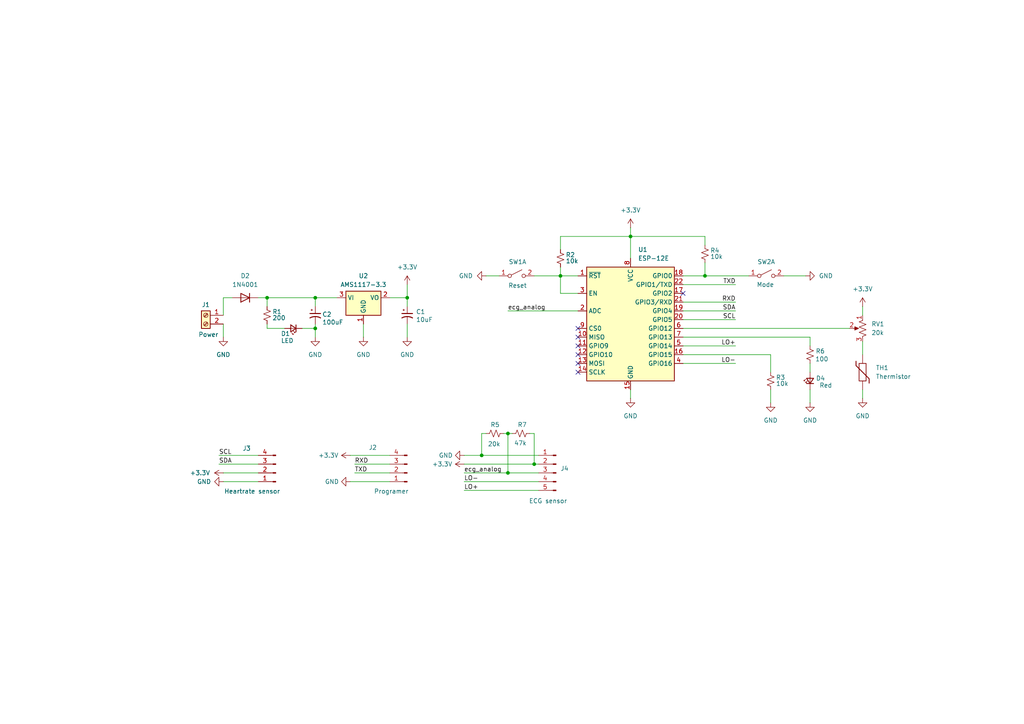
<source format=kicad_sch>
(kicad_sch (version 20231120) (generator "eeschema") (generator_version "8.0")
  (paper "A4")
  (lib_symbols
    (symbol "Connector:Conn_01x04_Pin" (pin_names (offset 1.016) hide)
      (property "Reference" "J" (at 0 5.08 0))
      (property "Value" "Conn_01x04_Pin" (at 0 -7.62 0))
      (symbol "Conn_01x04_Pin_1_1"
        (polyline (pts (xy 1.27 -5.08) (xy 0.8636 -5.08)) (stroke (width 0.1524)))
        (polyline (pts (xy 1.27 -2.54) (xy 0.8636 -2.54)) (stroke (width 0.1524)))
        (polyline (pts (xy 1.27 0) (xy 0.8636 0)) (stroke (width 0.1524)))
        (polyline (pts (xy 1.27 2.54) (xy 0.8636 2.54)) (stroke (width 0.1524)))
        (rectangle (start 0.8636 -4.953) (end 0 -5.207) (stroke (width 0.1524)) (fill (type outline)))
        (rectangle (start 0.8636 -2.413) (end 0 -2.667) (stroke (width 0.1524)) (fill (type outline)))
        (rectangle (start 0.8636 0.127) (end 0 -0.127) (stroke (width 0.1524)) (fill (type outline)))
        (rectangle (start 0.8636 2.667) (end 0 2.413) (stroke (width 0.1524)) (fill (type outline)))
        (pin passive line (at 5.08 2.54 180) (length 3.81) (name "Pin_1") (number "1"))
        (pin passive line (at 5.08 0 180) (length 3.81) (name "Pin_2") (number "2"))
        (pin passive line (at 5.08 -2.54 180) (length 3.81) (name "Pin_3") (number "3"))
        (pin passive line (at 5.08 -5.08 180) (length 3.81) (name "Pin_4") (number "4"))
      )
    )
    (symbol "Connector:Conn_01x05_Pin" (pin_names (offset 1.016) hide)
      (property "Reference" "J" (at 0 7.62 0))
      (property "Value" "Conn_01x05_Pin" (at 0 -7.62 0))
      (symbol "Conn_01x05_Pin_1_1"
        (polyline (pts (xy 1.27 -5.08) (xy 0.8636 -5.08)) (stroke (width 0.1524)))
        (polyline (pts (xy 1.27 -2.54) (xy 0.8636 -2.54)) (stroke (width 0.1524)))
        (polyline (pts (xy 1.27 0) (xy 0.8636 0)) (stroke (width 0.1524)))
        (polyline (pts (xy 1.27 2.54) (xy 0.8636 2.54)) (stroke (width 0.1524)))
        (polyline (pts (xy 1.27 5.08) (xy 0.8636 5.08)) (stroke (width 0.1524)))
        (rectangle (start 0.8636 -4.953) (end 0 -5.207) (stroke (width 0.1524)) (fill (type outline)))
        (rectangle (start 0.8636 -2.413) (end 0 -2.667) (stroke (width 0.1524)) (fill (type outline)))
        (rectangle (start 0.8636 0.127) (end 0 -0.127) (stroke (width 0.1524)) (fill (type outline)))
        (rectangle (start 0.8636 2.667) (end 0 2.413) (stroke (width 0.1524)) (fill (type outline)))
        (rectangle (start 0.8636 5.207) (end 0 4.953) (stroke (width 0.1524)) (fill (type outline)))
        (pin passive line (at 5.08 5.08 180) (length 3.81) (name "Pin_1") (number "1"))
        (pin passive line (at 5.08 2.54 180) (length 3.81) (name "Pin_2") (number "2"))
        (pin passive line (at 5.08 0 180) (length 3.81) (name "Pin_3") (number "3"))
        (pin passive line (at 5.08 -2.54 180) (length 3.81) (name "Pin_4") (number "4"))
        (pin passive line (at 5.08 -5.08 180) (length 3.81) (name "Pin_5") (number "5"))
      )
    )
    (symbol "Connector:Screw_Terminal_01x02" (pin_names (offset 1.016) hide)
      (property "Reference" "J" (at 0 2.54 0))
      (property "Value" "Screw_Terminal_01x02" (at 0 -5.08 0))
      (symbol "Screw_Terminal_01x02_1_1"
        (rectangle (start -1.27 1.27) (end 1.27 -3.81) (stroke (width 0.254)) (fill (type background)))
        (circle (center 0 -2.54) (radius 0.635) (stroke (width 0.1524)))
        (polyline (pts (xy -0.5334 -2.2098) (xy 0.3302 -3.048)) (stroke (width 0.1524)))
        (polyline (pts (xy -0.5334 0.3302) (xy 0.3302 -0.508)) (stroke (width 0.1524)))
        (polyline (pts (xy -0.3556 -2.032) (xy 0.508 -2.8702)) (stroke (width 0.1524)))
        (polyline (pts (xy -0.3556 0.508) (xy 0.508 -0.3302)) (stroke (width 0.1524)))
        (circle (center 0 0) (radius 0.635) (stroke (width 0.1524)))
        (pin passive line (at -5.08 0 0) (length 3.81) (name "Pin_1") (number "1"))
        (pin passive line (at -5.08 -2.54 0) (length 3.81) (name "Pin_2") (number "2"))
      )
    )
    (symbol "Device:C_Polarized_Small_US" (pin_numbers hide) (pin_names (offset 0.254) hide)
      (property "Reference" "C" (at 0.254 1.778 0))
      (property "Value" "C_Polarized_Small_US" (at 0.254 -2.032 0))
      (symbol "C_Polarized_Small_US_0_1"
        (polyline (pts (xy -1.524 0.508) (xy 1.524 0.508)) (stroke (width 0.3048)))
        (polyline (pts (xy -1.27 1.524) (xy -0.762 1.524)))
        (polyline (pts (xy -1.016 1.27) (xy -1.016 1.778)))
        (arc (start 1.524 -0.762) (mid 0 -0.3734) (end -1.524 -0.762) (stroke (width 0.3048)))
      )
      (symbol "C_Polarized_Small_US_1_1"
        (pin passive line (at 0 2.54 270) (length 2.032) (name "~") (number "1"))
        (pin passive line (at 0 -2.54 90) (length 2.032) (name "~") (number "2"))
      )
    )
    (symbol "Device:LED_Small" (pin_numbers hide) (pin_names (offset 0.254) hide)
      (property "Reference" "D" (at -1.27 3.175 0))
      (property "Value" "LED_Small" (at -4.445 -2.54 0))
      (symbol "LED_Small_0_1"
        (polyline (pts (xy -0.762 -1.016) (xy -0.762 1.016)) (stroke (width 0.254)))
        (polyline (pts (xy 1.016 0) (xy -0.762 0)))
        (polyline (pts (xy 0.762 -1.016) (xy -0.762 0) (xy 0.762 1.016) (xy 0.762 -1.016)) (stroke (width 0.254)))
        (polyline (pts (xy 0 0.762) (xy -0.508 1.27) (xy -0.254 1.27) (xy -0.508 1.27) (xy -0.508 1.016)))
        (polyline (pts (xy 0.508 1.27) (xy 0 1.778) (xy 0.254 1.778) (xy 0 1.778) (xy 0 1.524)))
      )
      (symbol "LED_Small_1_1"
        (pin passive line (at -2.54 0 0) (length 1.778) (name "K") (number "1"))
        (pin passive line (at 2.54 0 180) (length 1.778) (name "A") (number "2"))
      )
    )
    (symbol "Device:R_Potentiometer_US" (pin_names (offset 1.016) hide)
      (property "Reference" "RV" (at -4.445 0 90))
      (property "Value" "R_Potentiometer_US" (at -2.54 0 90))
      (symbol "R_Potentiometer_US_0_1"
        (polyline (pts (xy 0 -2.286) (xy 0 -2.54)))
        (polyline (pts (xy 0 2.54) (xy 0 2.286)))
        (polyline (pts (xy 2.54 0) (xy 1.524 0)))
        (polyline (pts (xy 1.143 0) (xy 2.286 0.508) (xy 2.286 -0.508) (xy 1.143 0)) (fill (type outline)))
        (polyline (pts (xy 0 -0.762) (xy 1.016 -1.143) (xy 0 -1.524) (xy -1.016 -1.905) (xy 0 -2.286)))
        (polyline (pts (xy 0 0.762) (xy 1.016 0.381) (xy 0 0) (xy -1.016 -0.381) (xy 0 -0.762)))
        (polyline (pts (xy 0 2.286) (xy 1.016 1.905) (xy 0 1.524) (xy -1.016 1.143) (xy 0 0.762)))
      )
      (symbol "R_Potentiometer_US_1_1"
        (pin passive line (at 0 3.81 270) (length 1.27) (name "1") (number "1"))
        (pin passive line (at 3.81 0 180) (length 1.27) (name "2") (number "2"))
        (pin passive line (at 0 -3.81 90) (length 1.27) (name "3") (number "3"))
      )
    )
    (symbol "Device:R_Small_US" (pin_numbers hide) (pin_names (offset 0.254) hide)
      (property "Reference" "R" (at 0.762 0.508 0))
      (property "Value" "R_Small_US" (at 0.762 -1.016 0))
      (symbol "R_Small_US_1_1"
        (polyline (pts (xy 0 0) (xy 1.016 -0.381) (xy 0 -0.762) (xy -1.016 -1.143) (xy 0 -1.524)))
        (polyline (pts (xy 0 1.524) (xy 1.016 1.143) (xy 0 0.762) (xy -1.016 0.381) (xy 0 0)))
        (pin passive line (at 0 2.54 270) (length 1.016) (name "~") (number "1"))
        (pin passive line (at 0 -2.54 90) (length 1.016) (name "~") (number "2"))
      )
    )
    (symbol "Device:Thermistor" (pin_numbers hide) (pin_names (offset 0))
      (property "Reference" "TH" (at 2.54 1.27 90))
      (property "Value" "Thermistor" (at -2.54 0 90))
      (symbol "Thermistor_0_1"
        (rectangle (start -1.016 2.54) (end 1.016 -2.54) (stroke (width 0.2032)))
        (polyline (pts (xy -1.905 3.175) (xy -1.905 1.905) (xy 1.905 -1.905) (xy 1.905 -3.175) (xy 1.905 -3.175)) (stroke (width 0.254)))
      )
      (symbol "Thermistor_1_1"
        (pin passive line (at 0 5.08 270) (length 2.54) (name "~") (number "1"))
        (pin passive line (at 0 -5.08 90) (length 2.54) (name "~") (number "2"))
      )
    )
    (symbol "Diode:1N4001" (pin_numbers hide) (pin_names hide)
      (property "Reference" "D" (at 0 2.54 0))
      (property "Value" "1N4001" (at 0 -2.54 0))
      (symbol "1N4001_0_1"
        (polyline (pts (xy -1.27 1.27) (xy -1.27 -1.27)) (stroke (width 0.254)))
        (polyline (pts (xy 1.27 0) (xy -1.27 0)))
        (polyline (pts (xy 1.27 1.27) (xy 1.27 -1.27) (xy -1.27 0) (xy 1.27 1.27)) (stroke (width 0.254)))
      )
      (symbol "1N4001_1_1"
        (pin passive line (at -3.81 0 0) (length 2.54) (name "K") (number "1"))
        (pin passive line (at 3.81 0 180) (length 2.54) (name "A") (number "2"))
      )
    )
    (symbol "RF_Module:ESP-12E"
      (property "Reference" "U" (at -12.7 19.05 0))
      (property "Value" "ESP-12E" (at 12.7 19.05 0))
      (symbol "ESP-12E_0_1"
        (rectangle (start -12.7 17.78) (end 12.7 -15.24) (stroke (width 0.254)) (fill (type background)))
      )
      (symbol "ESP-12E_1_1"
        (pin input line (at -15.24 15.24 0) (length 2.54) (name "~{RST}") (number "1"))
        (pin bidirectional line (at -15.24 -2.54 0) (length 2.54) (name "MISO") (number "10"))
        (pin bidirectional line (at -15.24 -5.08 0) (length 2.54) (name "GPIO9") (number "11"))
        (pin bidirectional line (at -15.24 -7.62 0) (length 2.54) (name "GPIO10") (number "12"))
        (pin bidirectional line (at -15.24 -10.16 0) (length 2.54) (name "MOSI") (number "13"))
        (pin bidirectional line (at -15.24 -12.7 0) (length 2.54) (name "SCLK") (number "14"))
        (pin power_in line (at 0 -17.78 90) (length 2.54) (name "GND") (number "15"))
        (pin bidirectional line (at 15.24 -7.62 180) (length 2.54) (name "GPIO15") (number "16"))
        (pin bidirectional line (at 15.24 10.16 180) (length 2.54) (name "GPIO2") (number "17"))
        (pin bidirectional line (at 15.24 15.24 180) (length 2.54) (name "GPIO0") (number "18"))
        (pin bidirectional line (at 15.24 5.08 180) (length 2.54) (name "GPIO4") (number "19"))
        (pin input line (at -15.24 5.08 0) (length 2.54) (name "ADC") (number "2"))
        (pin bidirectional line (at 15.24 2.54 180) (length 2.54) (name "GPIO5") (number "20"))
        (pin bidirectional line (at 15.24 7.62 180) (length 2.54) (name "GPIO3/RXD") (number "21"))
        (pin bidirectional line (at 15.24 12.7 180) (length 2.54) (name "GPIO1/TXD") (number "22"))
        (pin input line (at -15.24 10.16 0) (length 2.54) (name "EN") (number "3"))
        (pin bidirectional line (at 15.24 -10.16 180) (length 2.54) (name "GPIO16") (number "4"))
        (pin bidirectional line (at 15.24 -5.08 180) (length 2.54) (name "GPIO14") (number "5"))
        (pin bidirectional line (at 15.24 0 180) (length 2.54) (name "GPIO12") (number "6"))
        (pin bidirectional line (at 15.24 -2.54 180) (length 2.54) (name "GPIO13") (number "7"))
        (pin power_in line (at 0 20.32 270) (length 2.54) (name "VCC") (number "8"))
        (pin input line (at -15.24 0 0) (length 2.54) (name "CS0") (number "9"))
      )
    )
    (symbol "Regulator_Linear:AMS1117-3.3"
      (property "Reference" "U" (at -3.81 3.175 0))
      (property "Value" "AMS1117-3.3" (at 0 3.175 0))
      (symbol "AMS1117-3.3_0_1"
        (rectangle (start -5.08 -5.08) (end 5.08 1.905) (stroke (width 0.254)) (fill (type background)))
      )
      (symbol "AMS1117-3.3_1_1"
        (pin power_in line (at 0 -7.62 90) (length 2.54) (name "GND") (number "1"))
        (pin power_out line (at 7.62 0 180) (length 2.54) (name "VO") (number "2"))
        (pin power_in line (at -7.62 0 0) (length 2.54) (name "VI") (number "3"))
      )
    )
    (symbol "Switch:SW_DPST_x2" (pin_names (offset 0) hide)
      (property "Reference" "SW" (at 0 3.175 0))
      (property "Value" "SW_DPST_x2" (at 0 -2.54 0))
      (symbol "SW_DPST_x2_0_0"
        (circle (center -2.032 0) (radius 0.508))
        (polyline (pts (xy -1.524 0.254) (xy 1.524 1.778)))
        (circle (center 2.032 0) (radius 0.508))
      )
      (symbol "SW_DPST_x2_1_1"
        (pin passive line (at -5.08 0 0) (length 2.54) (name "A") (number "1"))
        (pin passive line (at 5.08 0 180) (length 2.54) (name "B") (number "2"))
      )
      (symbol "SW_DPST_x2_2_1"
        (pin passive line (at -5.08 0 0) (length 2.54) (name "A") (number "3"))
        (pin passive line (at 5.08 0 180) (length 2.54) (name "B") (number "4"))
      )
    )
    (symbol "power:+5V" (power) (pin_numbers hide) (pin_names (offset 0) hide)
      (property "Value" "+5V" (at 0 3.556 0))
      (symbol "+5V_0_1"
        (polyline (pts (xy -0.762 1.27) (xy 0 2.54)))
        (polyline (pts (xy 0 0) (xy 0 2.54)))
        (polyline (pts (xy 0 2.54) (xy 0.762 1.27)))
      )
      (symbol "+5V_1_1"
        (pin power_in line (at 0 0 90) (length 0) (name "~") (number "1"))
      )
    )
    (symbol "power:GND" (power) (pin_numbers hide) (pin_names (offset 0) hide)
      (property "Value" "GND" (at 0 -3.81 0))
      (symbol "GND_0_1"
        (polyline (pts (xy 0 0) (xy 0 -1.27) (xy 1.27 -1.27) (xy 0 -2.54) (xy -1.27 -1.27) (xy 0 -1.27)))
      )
      (symbol "GND_1_1"
        (pin power_in line (at 0 0 270) (length 0) (name "~") (number "1"))
      )
    )
  )
  (junction (at 139.7 132.08))
  (junction (at 77.47 86.36))
  (junction (at 204.47 80.01))
  (junction (at 118.11 86.36))
  (junction (at 154.94 134.62))
  (junction (at 91.44 95.25))
  (junction (at 182.88 68.58))
  (junction (at 162.56 80.01))
  (junction (at 147.32 137.16))
  (junction (at 91.44 86.36))
  (junction (at 147.32 125.73))
  (no_connect (at 167.64 107.95))
  (no_connect (at 167.64 97.79))
  (no_connect (at 167.64 100.33))
  (no_connect (at 167.64 95.25))
  (no_connect (at 198.12 85.09))
  (no_connect (at 167.64 105.41))
  (no_connect (at 167.64 102.87))
  (wire (pts (xy 204.47 80.01) (xy 217.17 80.01)))
  (wire (pts (xy 134.62 142.24) (xy 156.21 142.24)))
  (wire (pts (xy 147.32 90.17) (xy 167.64 90.17)))
  (wire (pts (xy 91.44 86.36) (xy 91.44 88.9)))
  (wire (pts (xy 140.97 80.01) (xy 144.78 80.01)))
  (wire (pts (xy 147.32 137.16) (xy 156.21 137.16)))
  (wire (pts (xy 77.47 86.36) (xy 77.47 88.9)))
  (wire (pts (xy 74.93 86.36) (xy 77.47 86.36)))
  (wire (pts (xy 154.94 125.73) (xy 154.94 134.62)))
  (wire (pts (xy 105.41 93.98) (xy 105.41 97.79)))
  (wire (pts (xy 162.56 80.01) (xy 167.64 80.01)))
  (wire (pts (xy 67.31 86.36) (xy 64.77 86.36)))
  (wire (pts (xy 134.62 134.62) (xy 154.94 134.62)))
  (wire (pts (xy 182.88 68.58) (xy 182.88 74.93)))
  (wire (pts (xy 154.94 134.62) (xy 156.21 134.62)))
  (wire (pts (xy 204.47 76.2) (xy 204.47 80.01)))
  (wire (pts (xy 234.95 113.03) (xy 234.95 116.84)))
  (wire (pts (xy 182.88 66.04) (xy 182.88 68.58)))
  (wire (pts (xy 204.47 71.12) (xy 204.47 68.58)))
  (wire (pts (xy 198.12 102.87) (xy 223.52 102.87)))
  (wire (pts (xy 147.32 125.73) (xy 147.32 137.16)))
  (wire (pts (xy 134.62 139.7) (xy 156.21 139.7)))
  (wire (pts (xy 147.32 125.73) (xy 148.59 125.73)))
  (wire (pts (xy 198.12 87.63) (xy 213.36 87.63)))
  (wire (pts (xy 102.87 134.62) (xy 113.03 134.62)))
  (wire (pts (xy 198.12 95.25) (xy 246.38 95.25)))
  (wire (pts (xy 234.95 100.33) (xy 234.95 97.79)))
  (wire (pts (xy 63.5 132.08) (xy 74.93 132.08)))
  (wire (pts (xy 250.19 113.03) (xy 250.19 115.57)))
  (wire (pts (xy 64.77 137.16) (xy 74.93 137.16)))
  (wire (pts (xy 77.47 95.25) (xy 82.55 95.25)))
  (wire (pts (xy 113.03 139.7) (xy 101.6 139.7)))
  (wire (pts (xy 113.03 132.08) (xy 101.6 132.08)))
  (wire (pts (xy 223.52 113.03) (xy 223.52 116.84)))
  (wire (pts (xy 113.03 86.36) (xy 118.11 86.36)))
  (wire (pts (xy 77.47 93.98) (xy 77.47 95.25)))
  (wire (pts (xy 154.94 125.73) (xy 153.67 125.73)))
  (wire (pts (xy 91.44 95.25) (xy 91.44 97.79)))
  (wire (pts (xy 227.33 80.01) (xy 233.68 80.01)))
  (wire (pts (xy 134.62 132.08) (xy 139.7 132.08)))
  (wire (pts (xy 74.93 139.7) (xy 64.77 139.7)))
  (wire (pts (xy 91.44 95.25) (xy 91.44 93.98)))
  (wire (pts (xy 198.12 92.71) (xy 213.36 92.71)))
  (wire (pts (xy 234.95 97.79) (xy 198.12 97.79)))
  (wire (pts (xy 91.44 86.36) (xy 77.47 86.36)))
  (wire (pts (xy 204.47 80.01) (xy 198.12 80.01)))
  (wire (pts (xy 162.56 80.01) (xy 162.56 85.09)))
  (wire (pts (xy 118.11 93.98) (xy 118.11 97.79)))
  (wire (pts (xy 204.47 68.58) (xy 182.88 68.58)))
  (wire (pts (xy 118.11 86.36) (xy 118.11 88.9)))
  (wire (pts (xy 63.5 134.62) (xy 74.93 134.62)))
  (wire (pts (xy 198.12 105.41) (xy 213.36 105.41)))
  (wire (pts (xy 118.11 82.55) (xy 118.11 86.36)))
  (wire (pts (xy 162.56 68.58) (xy 162.56 72.39)))
  (wire (pts (xy 64.77 86.36) (xy 64.77 91.44)))
  (wire (pts (xy 162.56 68.58) (xy 182.88 68.58)))
  (wire (pts (xy 64.77 93.98) (xy 64.77 97.79)))
  (wire (pts (xy 162.56 85.09) (xy 167.64 85.09)))
  (wire (pts (xy 198.12 82.55) (xy 213.36 82.55)))
  (wire (pts (xy 102.87 137.16) (xy 113.03 137.16)))
  (wire (pts (xy 139.7 125.73) (xy 139.7 132.08)))
  (wire (pts (xy 162.56 77.47) (xy 162.56 80.01)))
  (wire (pts (xy 250.19 88.9) (xy 250.19 91.44)))
  (wire (pts (xy 97.79 86.36) (xy 91.44 86.36)))
  (wire (pts (xy 87.63 95.25) (xy 91.44 95.25)))
  (wire (pts (xy 198.12 90.17) (xy 213.36 90.17)))
  (wire (pts (xy 234.95 105.41) (xy 234.95 107.95)))
  (wire (pts (xy 182.88 113.03) (xy 182.88 115.57)))
  (wire (pts (xy 139.7 132.08) (xy 156.21 132.08)))
  (wire (pts (xy 134.62 137.16) (xy 147.32 137.16)))
  (wire (pts (xy 223.52 102.87) (xy 223.52 107.95)))
  (wire (pts (xy 250.19 99.06) (xy 250.19 102.87)))
  (wire (pts (xy 140.97 125.73) (xy 139.7 125.73)))
  (wire (pts (xy 198.12 100.33) (xy 213.36 100.33)))
  (wire (pts (xy 146.05 125.73) (xy 147.32 125.73)))
  (wire (pts (xy 154.94 80.01) (xy 162.56 80.01)))
  (label "LO+" (at 213.36 100.33 180))
  (label "SDA" (at 213.36 90.17 180))
  (label "LO-" (at 134.62 139.7 0))
  (label "RXD" (at 102.87 134.62 0))
  (label "RXD" (at 213.36 87.63 180))
  (label "ecg_analog" (at 134.62 137.16 0))
  (label "SDA" (at 63.5 134.62 0))
  (label "SCL" (at 63.5 132.08 0))
  (label "TXD" (at 102.87 137.16 0))
  (label "SCL" (at 213.36 92.71 180))
  (label "ecg_analog" (at 147.32 90.17 0))
  (label "TXD" (at 213.36 82.55 180))
  (label "LO+" (at 134.62 142.24 0))
  (label "LO-" (at 213.36 105.41 180))
  (symbol (lib_id "Device:C_Polarized_Small_US") (at 91.44 91.44 0) (unit 1)
    (property "Reference" "C2" (at 93.472 91.186 0) (effects (justify left)))
    (property "Value" "100uF" (at 93.472 93.472 0) (effects (justify left)))
    (property "Footprint" "Capacitor_THT:CP_Radial_D4.0mm_P2.00mm" (effects (hide yes)))
    (property "Description" "Polarized capacitor, small US symbol" (effects (hide yes)))
  )
  (symbol (lib_id "power:GND") (at 64.77 139.7 270) (unit 1)
    (property "Reference" "#PWR012" (effects (hide yes)))
    (property "Value" "GND" (at 59.182 139.7 90))
    (property "Description" "Power symbol creates a global label with name \"GND\" , ground" (effects (hide yes)))
  )
  (symbol (lib_id "Device:LED_Small") (at 234.95 110.49 90) (unit 1)
    (property "Reference" "D4" (at 237.998 109.728 90))
    (property "Value" "Red" (at 239.522 111.76 90))
    (property "Footprint" "LED_THT:LED_D3.0mm_Clear" (effects (hide yes)))
    (property "Description" "Light emitting diode, small symbol" (effects (hide yes)))
  )
  (symbol (lib_id "Device:C_Polarized_Small_US") (at 118.11 91.44 0) (unit 1)
    (property "Reference" "C1" (at 120.65 90.424 0) (effects (justify left)))
    (property "Value" "10uF" (at 120.65 92.71 0) (effects (justify left)))
    (property "Footprint" "Capacitor_THT:CP_Radial_D4.0mm_P2.00mm" (effects (hide yes)))
    (property "Description" "Polarized capacitor, small US symbol" (effects (hide yes)))
  )
  (symbol (lib_id "power:GND") (at 105.41 97.79 0) (unit 1)
    (property "Reference" "#PWR01" (effects (hide yes)))
    (property "Value" "GND" (at 105.41 102.87 0))
    (property "Description" "Power symbol creates a global label with name \"GND\" , ground" (effects (hide yes)))
  )
  (symbol (lib_id "Switch:SW_DPST_x2") (at 149.86 80.01 0) (unit 1)
    (property "Reference" "SW1" (at 150.114 75.946 0))
    (property "Value" "Reset" (at 150.114 82.804 0))
    (property "Footprint" "Button_Switch_THT:SW_PUSH_6mm" (effects (hide yes)))
    (property "Description" "Single Pole Single Throw (SPST) switch, separate symbol" (effects (hide yes)))
  )
  (symbol (lib_id "Device:R_Small_US") (at 77.47 91.44 0) (unit 1)
    (property "Reference" "R1" (at 78.994 90.424 0) (effects (justify left)))
    (property "Value" "200" (at 78.994 92.202 0) (effects (justify left)))
    (property "Footprint" "Resistor_THT:R_Axial_DIN0207_L6.3mm_D2.5mm_P10.16mm_Horizontal" (effects (hide yes)))
    (property "Description" "Resistor, small US symbol" (effects (hide yes)))
  )
  (symbol (lib_id "Regulator_Linear:AMS1117-3.3") (at 105.41 86.36 0) (unit 1)
    (property "Reference" "U2" (at 105.41 80.01 0))
    (property "Value" "AMS1117-3.3" (at 105.41 82.55 0))
    (property "Footprint" "Package_TO_SOT_SMD:SOT-223-3_TabPin2" (effects (hide yes)))
    (property "Datasheet" "http://www.advanced-monolithic.com/pdf/ds1117.pdf" (effects (hide yes)))
    (property "Description" "1A Low Dropout regulator, positive, 3.3V fixed output, SOT-223" (effects (hide yes)))
  )
  (symbol (lib_id "power:GND") (at 91.44 97.79 0) (unit 1)
    (property "Reference" "#PWR03" (effects (hide yes)))
    (property "Value" "GND" (at 91.44 102.87 0))
    (property "Description" "Power symbol creates a global label with name \"GND\" , ground" (effects (hide yes)))
  )
  (symbol (lib_id "power:+5V") (at 182.88 66.04 0) (unit 1)
    (property "Reference" "#PWR06" (effects (hide yes)))
    (property "Value" "+3.3V" (at 182.88 60.96 0))
    (property "Description" "Power symbol creates a global label with name \"+5V\"" (effects (hide yes)))
  )
  (symbol (lib_id "power:GND") (at 140.97 80.01 270) (unit 1)
    (property "Reference" "#PWR08" (effects (hide yes)))
    (property "Value" "GND" (at 137.16 80.0099 90) (effects (justify right)))
    (property "Description" "Power symbol creates a global label with name \"GND\" , ground" (effects (hide yes)))
  )
  (symbol (lib_id "power:GND") (at 101.6 139.7 270) (unit 1)
    (property "Reference" "#PWR010" (effects (hide yes)))
    (property "Value" "GND" (at 96.266 139.7 90))
    (property "Description" "Power symbol creates a global label with name \"GND\" , ground" (effects (hide yes)))
  )
  (symbol (lib_id "Device:LED_Small") (at 85.09 95.25 180) (unit 1)
    (property "Reference" "D1" (at 82.804 96.774 0))
    (property "Value" "LED" (at 83.312 98.806 0))
    (property "Footprint" "LED_THT:LED_D3.0mm_Clear" (effects (hide yes)))
    (property "Description" "Light emitting diode, small symbol" (effects (hide yes)))
  )
  (symbol (lib_id "power:GND") (at 233.68 80.01 90) (unit 1)
    (property "Reference" "#PWR014" (effects (hide yes)))
    (property "Value" "GND" (at 237.49 80.0099 90) (effects (justify right)))
    (property "Description" "Power symbol creates a global label with name \"GND\" , ground" (effects (hide yes)))
  )
  (symbol (lib_id "power:+5V") (at 134.62 134.62 90) (unit 1)
    (property "Reference" "#PWR019" (effects (hide yes)))
    (property "Value" "+3.3V" (at 128.27 134.62 90))
    (property "Description" "Power symbol creates a global label with name \"+5V\"" (effects (hide yes)))
  )
  (symbol (lib_id "power:GND") (at 250.19 115.57 0) (unit 1)
    (property "Reference" "#PWR018" (effects (hide yes)))
    (property "Value" "GND" (at 250.19 120.65 0))
    (property "Description" "Power symbol creates a global label with name \"GND\" , ground" (effects (hide yes)))
  )
  (symbol (lib_id "Device:R_Small_US") (at 234.95 102.87 180) (unit 1)
    (property "Reference" "R6" (at 239.268 101.854 0) (effects (justify left)))
    (property "Value" "100" (at 240.284 104.14 0) (effects (justify left)))
    (property "Footprint" "Resistor_THT:R_Axial_DIN0207_L6.3mm_D2.5mm_P10.16mm_Horizontal" (effects (hide yes)))
    (property "Description" "Resistor, small US symbol" (effects (hide yes)))
  )
  (symbol (lib_id "power:+5V") (at 118.11 82.55 0) (unit 1)
    (property "Reference" "#PWR05" (effects (hide yes)))
    (property "Value" "+3.3V" (at 118.11 77.47 0))
    (property "Description" "Power symbol creates a global label with name \"+5V\"" (effects (hide yes)))
  )
  (symbol (lib_id "Device:R_Small_US") (at 223.52 110.49 0) (unit 1)
    (property "Reference" "R3" (at 225.044 109.474 0) (effects (justify left)))
    (property "Value" "10k" (at 225.044 111.252 0) (effects (justify left)))
    (property "Footprint" "Resistor_THT:R_Axial_DIN0207_L6.3mm_D2.5mm_P10.16mm_Horizontal" (effects (hide yes)))
    (property "Description" "Resistor, small US symbol" (effects (hide yes)))
  )
  (symbol (lib_id "Device:R_Small_US") (at 143.51 125.73 270) (unit 1)
    (property "Reference" "R5" (at 142.24 123.19 90) (effects (justify left)))
    (property "Value" "20k" (at 141.478 128.778 90) (effects (justify left)))
    (property "Footprint" "Resistor_THT:R_Axial_DIN0207_L6.3mm_D2.5mm_P10.16mm_Horizontal" (effects (hide yes)))
    (property "Description" "Resistor, small US symbol" (effects (hide yes)))
  )
  (symbol (lib_id "power:GND") (at 182.88 115.57 0) (unit 1)
    (property "Reference" "#PWR07" (effects (hide yes)))
    (property "Value" "GND" (at 182.88 120.65 0))
    (property "Description" "Power symbol creates a global label with name \"GND\" , ground" (effects (hide yes)))
  )
  (symbol (lib_id "power:+5V") (at 64.77 137.16 90) (unit 1)
    (property "Reference" "#PWR011" (effects (hide yes)))
    (property "Value" "+3.3V" (at 60.96 137.16 90) (effects (justify left)))
    (property "Description" "Power symbol creates a global label with name \"+5V\"" (effects (hide yes)))
  )
  (symbol (lib_id "Device:R_Small_US") (at 151.13 125.73 270) (unit 1)
    (property "Reference" "R7" (at 150.114 123.19 90) (effects (justify left)))
    (property "Value" "47k" (at 149.098 128.524 90) (effects (justify left)))
    (property "Footprint" "Resistor_THT:R_Axial_DIN0207_L6.3mm_D2.5mm_P10.16mm_Horizontal" (effects (hide yes)))
    (property "Description" "Resistor, small US symbol" (effects (hide yes)))
  )
  (symbol (lib_id "power:GND") (at 234.95 116.84 0) (unit 1)
    (property "Reference" "#PWR016" (effects (hide yes)))
    (property "Value" "GND" (at 234.95 121.92 0))
    (property "Description" "Power symbol creates a global label with name \"GND\" , ground" (effects (hide yes)))
  )
  (symbol (lib_id "Switch:SW_DPST_x2") (at 222.25 80.01 0) (unit 1)
    (property "Reference" "SW2" (at 222.25 75.946 0))
    (property "Value" "Mode" (at 221.996 82.55 0))
    (property "Footprint" "Button_Switch_THT:SW_PUSH_6mm" (effects (hide yes)))
    (property "Description" "Single Pole Single Throw (SPST) switch, separate symbol" (effects (hide yes)))
  )
  (symbol (lib_id "Connector:Screw_Terminal_01x02") (at 59.69 91.44 0) (mirror y) (unit 1)
    (property "Reference" "J1" (at 59.69 88.392 0))
    (property "Value" "Power" (at 60.452 97.028 0))
    (property "Footprint" "TerminalBlock:TerminalBlock_bornier-2_P5.08mm" (effects (hide yes)))
    (property "Description" "Generic screw terminal, single row, 01x02, script generated (kicad-library-utils/schlib/autogen/connector/)" (effects (hide yes)))
  )
  (symbol (lib_id "Connector:Conn_01x05_Pin") (at 161.29 137.16 0) (mirror y) (unit 1)
    (property "Reference" "J4" (at 162.56 135.8899 0) (effects (justify right)))
    (property "Value" "ECG sensor" (at 153.416 145.288 0) (effects (justify right)))
    (property "Footprint" "Connector_PinHeader_2.54mm:PinHeader_1x05_P2.54mm_Vertical" (effects (hide yes)))
    (property "Description" "Generic connector, single row, 01x05, script generated" (effects (hide yes)))
  )
  (symbol (lib_id "Device:R_Potentiometer_US") (at 250.19 95.25 0) (mirror y) (unit 1)
    (property "Reference" "RV1" (at 252.73 93.9799 0) (effects (justify right)))
    (property "Value" "20k" (at 252.73 96.5199 0) (effects (justify right)))
    (property "Footprint" "Potentiometer_THT:Potentiometer_Runtron_RM-065_Vertical" (effects (hide yes)))
    (property "Description" "Potentiometer, US symbol" (effects (hide yes)))
  )
  (symbol (lib_id "power:GND") (at 64.77 97.79 0) (unit 1)
    (property "Reference" "#PWR04" (effects (hide yes)))
    (property "Value" "GND" (at 64.77 102.87 0))
    (property "Description" "Power symbol creates a global label with name \"GND\" , ground" (effects (hide yes)))
  )
  (symbol (lib_id "power:GND") (at 223.52 116.84 0) (unit 1)
    (property "Reference" "#PWR013" (effects (hide yes)))
    (property "Value" "GND" (at 223.52 121.92 0))
    (property "Description" "Power symbol creates a global label with name \"GND\" , ground" (effects (hide yes)))
  )
  (symbol (lib_id "power:GND") (at 134.62 132.08 270) (unit 1)
    (property "Reference" "#PWR015" (effects (hide yes)))
    (property "Value" "GND" (at 129.286 132.08 90))
    (property "Description" "Power symbol creates a global label with name \"GND\" , ground" (effects (hide yes)))
  )
  (symbol (lib_id "Device:R_Small_US") (at 204.47 73.66 0) (unit 1)
    (property "Reference" "R4" (at 205.994 72.644 0) (effects (justify left)))
    (property "Value" "10k" (at 205.994 74.422 0) (effects (justify left)))
    (property "Footprint" "Resistor_THT:R_Axial_DIN0207_L6.3mm_D2.5mm_P10.16mm_Horizontal" (effects (hide yes)))
    (property "Description" "Resistor, small US symbol" (effects (hide yes)))
  )
  (symbol (lib_id "Diode:1N4001") (at 71.12 86.36 180) (unit 1)
    (property "Reference" "D2" (at 71.12 80.01 0))
    (property "Value" "1N4001" (at 71.12 82.55 0))
    (property "Footprint" "Diode_THT:D_DO-41_SOD81_P10.16mm_Horizontal" (effects (hide yes)))
    (property "Datasheet" "http://www.vishay.com/docs/88503/1n4001.pdf" (effects (hide yes)))
    (property "Description" "50V 1A General Purpose Rectifier Diode, DO-41" (effects (hide yes)))
    (property "Sim.Device" "D" (effects (hide yes)))
    (property "Sim.Pins" "1=K 2=A" (effects (hide yes)))
  )
  (symbol (lib_id "RF_Module:ESP-12E") (at 182.88 95.25 0) (unit 1)
    (property "Reference" "U1" (at 185.0741 72.39 0) (effects (justify left)))
    (property "Value" "ESP-12E" (at 185.0741 74.93 0) (effects (justify left)))
    (property "Footprint" "RF_Module:ESP-12E" (effects (hide yes)))
    (property "Datasheet" "http://wiki.ai-thinker.com/_media/esp8266/esp8266_series_modules_user_manual_v1.1.pdf" (effects (hide yes)))
    (property "Description" "802.11 b/g/n Wi-Fi Module" (effects (hide yes)))
  )
  (symbol (lib_id "power:GND") (at 118.11 97.79 0) (unit 1)
    (property "Reference" "#PWR02" (effects (hide yes)))
    (property "Value" "GND" (at 118.11 102.87 0))
    (property "Description" "Power symbol creates a global label with name \"GND\" , ground" (effects (hide yes)))
  )
  (symbol (lib_id "power:+5V") (at 250.19 88.9 0) (unit 1)
    (property "Reference" "#PWR017" (effects (hide yes)))
    (property "Value" "+3.3V" (at 250.19 83.82 0))
    (property "Description" "Power symbol creates a global label with name \"+5V\"" (effects (hide yes)))
  )
  (symbol (lib_id "Device:Thermistor") (at 250.19 107.95 0) (unit 1)
    (property "Reference" "TH1" (at 254 106.6799 0) (effects (justify left)))
    (property "Value" "Thermistor" (at 254 109.2199 0) (effects (justify left)))
    (property "Footprint" "OptoDevice:Osram_SFH225" (effects (hide yes)))
    (property "Description" "Temperature dependent resistor" (effects (hide yes)))
  )
  (symbol (lib_id "Connector:Conn_01x04_Pin") (at 118.11 137.16 180) (unit 1)
    (property "Reference" "J2" (at 106.934 129.794 0) (effects (justify right)))
    (property "Value" "Programer" (at 108.458 142.494 0) (effects (justify right)))
    (property "Footprint" "Connector_PinHeader_2.54mm:PinHeader_1x04_P2.54mm_Vertical" (effects (hide yes)))
    (property "Description" "Generic connector, single row, 01x04, script generated" (effects (hide yes)))
  )
  (symbol (lib_id "Connector:Conn_01x04_Pin") (at 80.01 137.16 180) (unit 1)
    (property "Reference" "J3" (at 70.358 130.048 0) (effects (justify right)))
    (property "Value" "Heartrate sensor" (at 65.024 142.494 0) (effects (justify right)))
    (property "Footprint" "Connector_PinHeader_2.54mm:PinHeader_1x04_P2.54mm_Vertical" (effects (hide yes)))
    (property "Description" "Generic connector, single row, 01x04, script generated" (effects (hide yes)))
  )
  (symbol (lib_id "power:+5V") (at 101.6 132.08 90) (unit 1)
    (property "Reference" "#PWR09" (effects (hide yes)))
    (property "Value" "+3.3V" (at 95.25 132.08 90))
    (property "Description" "Power symbol creates a global label with name \"+5V\"" (effects (hide yes)))
  )
  (symbol (lib_id "Device:R_Small_US") (at 162.56 74.93 0) (unit 1)
    (property "Reference" "R2" (at 164.084 73.914 0) (effects (justify left)))
    (property "Value" "10k" (at 164.084 75.692 0) (effects (justify left)))
    (property "Footprint" "Resistor_THT:R_Axial_DIN0207_L6.3mm_D2.5mm_P10.16mm_Horizontal" (effects (hide yes)))
    (property "Description" "Resistor, small US symbol" (effects (hide yes)))
  )
)
</source>
